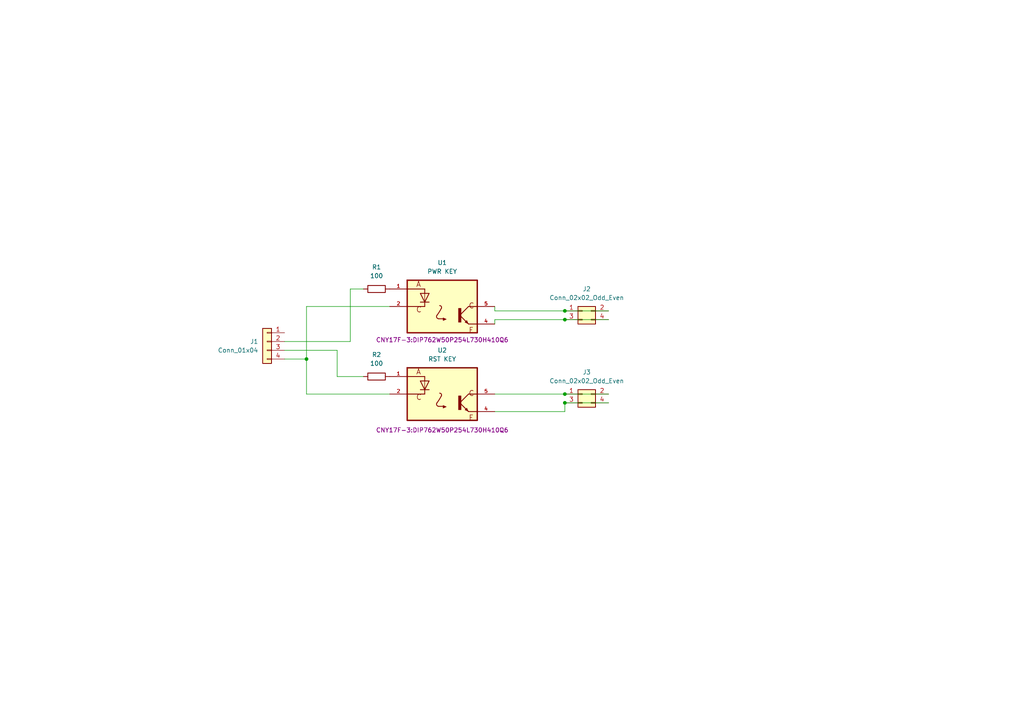
<source format=kicad_sch>
(kicad_sch (version 20231120) (generator "eeschema") (generator_version "8.0")
  (paper "A4")
  (title_block (title "NANOKVM LITE DUPONT ATX BREAKOUT") (rev "1") (company "Adam's"))
  (lib_symbols
    (symbol "CNY17F-3:CNY17F-3" (pin_names (offset 1.016))
      (property "Reference" "U" (at -5.0895 8.1433 0))
      (property "Value" "CNY17F-3" (at -5.0892 -10.1784 0))
      (symbol "CNY17F-3_0_0"
        (rectangle (start -10.16 -7.62) (end 10.16 7.62) (stroke (width 0.4064)) (fill (type background)))
        (arc (start -1.524 -2.54) (mid -1.5843 -3.2043) (end -1.016 -3.556) (stroke (width 0.254)))
        (arc (start -1.524 -2.54) (mid -0.8458 -1.551) (end -0.254 -0.508) (stroke (width 0.254)))
        (arc (start -0.254 -0.508) (mid -0.2843 0.0221) (end -0.762 0.254) (stroke (width 0.254)))
        (polyline (pts (xy -10.16 5.08) (xy -5.08 5.08)) (stroke (width 0.254)))
        (polyline (pts (xy -5.08 0) (xy -10.16 0)) (stroke (width 0.254)))
        (polyline (pts (xy -5.08 1.27) (xy -6.35 1.27)) (stroke (width 0.254)))
        (polyline (pts (xy -5.08 1.27) (xy -6.35 3.81)) (stroke (width 0.254)))
        (polyline (pts (xy -5.08 1.27) (xy -5.08 0)) (stroke (width 0.254)))
        (polyline (pts (xy -5.08 3.81) (xy -6.35 3.81)) (stroke (width 0.254)))
        (polyline (pts (xy -5.08 3.81) (xy -5.08 1.27)) (stroke (width 0.1524)))
        (polyline (pts (xy -5.08 3.81) (xy -5.08 5.08)) (stroke (width 0.254)))
        (polyline (pts (xy -3.81 1.27) (xy -5.08 1.27)) (stroke (width 0.254)))
        (polyline (pts (xy -3.81 3.81) (xy -5.08 1.27)) (stroke (width 0.254)))
        (polyline (pts (xy -3.81 3.81) (xy -5.08 3.81)) (stroke (width 0.254)))
        (polyline (pts (xy 0.254 -3.556) (xy -1.016 -3.556)) (stroke (width 0.254)))
        (polyline (pts (xy 5.08 -2.54) (xy 7.62 -5.08)) (stroke (width 0.254)))
        (polyline (pts (xy 7.62 0) (xy 5.08 -2.54)) (stroke (width 0.254)))
        (polyline (pts (xy 10.16 -5.08) (xy 7.62 -5.08)) (stroke (width 0.254)))
        (polyline (pts (xy 10.16 0) (xy 7.62 0)) (stroke (width 0.254)))
        (polyline (pts (xy 1.143 -3.683) (xy 0.254 -3.302) (xy 0.254 -4.064) (xy 1.143 -3.683)) (stroke (width 0.1524)) (fill (type outline)))
        (polyline (pts (xy 7.493 -4.953) (xy 7.112 -4.064) (xy 6.604 -4.572) (xy 7.493 -4.953)) (stroke (width 0.1524)) (fill (type outline)))
        (rectangle (start 4.7027 -4.5756) (end 5.461 -0.508) (stroke (width 0.1)) (fill (type outline)))
        (text "A" (at -7.6228 5.5901 0) (effects (font (size 1.5246 1.5246)) (justify left bottom)))
        (text "C" (at -7.6246 -1.7791 0) (effects (font (size 1.5249 1.5249)) (justify left bottom)))
        (text "C" (at 7.6205 0.254 0) (effects (font (size 1.5241 1.5241)) (justify left)))
        (text "E" (at 7.6264 -6.8637 0) (effects (font (size 1.5253 1.5253)) (justify left)))
        (pin passive line (at -15.24 5.08 0) (length 5.08) (name "~") (number "1"))
        (pin passive line (at -15.24 0 0) (length 5.08) (name "~") (number "2"))
        (pin passive line (at 15.24 -5.08 180) (length 5.08) (name "~") (number "4"))
        (pin passive line (at 15.24 0 180) (length 5.08) (name "~") (number "5"))
      )
    )
    (symbol "Connector_Generic:Conn_01x04" (pin_names (offset 1.016) hide)
      (property "Reference" "J" (at 0 5.08 0))
      (property "Value" "Conn_01x04" (at 0 -7.62 0))
      (symbol "Conn_01x04_1_1"
        (rectangle (start -1.27 -4.953) (end 0 -5.207) (stroke (width 0.1524)))
        (rectangle (start -1.27 -2.413) (end 0 -2.667) (stroke (width 0.1524)))
        (rectangle (start -1.27 0.127) (end 0 -0.127) (stroke (width 0.1524)))
        (rectangle (start -1.27 2.667) (end 0 2.413) (stroke (width 0.1524)))
        (rectangle (start -1.27 3.81) (end 1.27 -6.35) (stroke (width 0.254)) (fill (type background)))
        (pin passive line (at -5.08 2.54 0) (length 3.81) (name "Pin_1") (number "1"))
        (pin passive line (at -5.08 0 0) (length 3.81) (name "Pin_2") (number "2"))
        (pin passive line (at -5.08 -2.54 0) (length 3.81) (name "Pin_3") (number "3"))
        (pin passive line (at -5.08 -5.08 0) (length 3.81) (name "Pin_4") (number "4"))
      )
    )
    (symbol "Connector_Generic:Conn_02x02_Odd_Even" (pin_names (offset 1.016) hide)
      (property "Reference" "J" (at 1.27 2.54 0))
      (property "Value" "Conn_02x02_Odd_Even" (at 1.27 -5.08 0))
      (symbol "Conn_02x02_Odd_Even_1_1"
        (rectangle (start -1.27 -2.413) (end 0 -2.667) (stroke (width 0.1524)))
        (rectangle (start -1.27 0.127) (end 0 -0.127) (stroke (width 0.1524)))
        (rectangle (start -1.27 1.27) (end 3.81 -3.81) (stroke (width 0.254)) (fill (type background)))
        (rectangle (start 3.81 -2.413) (end 2.54 -2.667) (stroke (width 0.1524)))
        (rectangle (start 3.81 0.127) (end 2.54 -0.127) (stroke (width 0.1524)))
        (pin passive line (at -5.08 0 0) (length 3.81) (name "Pin_1") (number "1"))
        (pin passive line (at 7.62 0 180) (length 3.81) (name "Pin_2") (number "2"))
        (pin passive line (at -5.08 -2.54 0) (length 3.81) (name "Pin_3") (number "3"))
        (pin passive line (at 7.62 -2.54 180) (length 3.81) (name "Pin_4") (number "4"))
      )
    )
    (symbol "Device:R" (pin_numbers hide) (pin_names (offset 0))
      (property "Reference" "R" (at 2.032 0 90))
      (property "Value" "R" (at 0 0 90))
      (symbol "R_0_1"
        (rectangle (start -1.016 -2.54) (end 1.016 2.54) (stroke (width 0.254)))
      )
      (symbol "R_1_1"
        (pin passive line (at 0 3.81 270) (length 1.27) (name "~") (number "1"))
        (pin passive line (at 0 -3.81 90) (length 1.27) (name "~") (number "2"))
      )
    )
  )
  (junction (at 163.83 92.71))
  (junction (at 163.83 114.3))
  (junction (at 163.83 90.17))
  (junction (at 163.83 116.84))
  (junction (at 88.9 104.14))
  (wire (pts (xy 143.51 90.17) (xy 143.51 88.9)))
  (wire (pts (xy 101.6 99.06) (xy 82.55 99.06)))
  (wire (pts (xy 163.83 114.3) (xy 176.53 114.3)))
  (wire (pts (xy 82.55 104.14) (xy 88.9 104.14)))
  (wire (pts (xy 113.03 114.3) (xy 88.9 114.3)))
  (wire (pts (xy 113.03 88.9) (xy 88.9 88.9)))
  (wire (pts (xy 163.83 90.17) (xy 176.53 90.17)))
  (wire (pts (xy 143.51 92.71) (xy 163.83 92.71)))
  (wire (pts (xy 163.83 116.84) (xy 176.53 116.84)))
  (wire (pts (xy 88.9 104.14) (xy 88.9 114.3)))
  (wire (pts (xy 97.79 101.6) (xy 97.79 109.22)))
  (wire (pts (xy 143.51 92.71) (xy 143.51 93.98)))
  (wire (pts (xy 105.41 83.82) (xy 101.6 83.82)))
  (wire (pts (xy 105.41 109.22) (xy 97.79 109.22)))
  (wire (pts (xy 101.6 83.82) (xy 101.6 99.06)))
  (wire (pts (xy 163.83 119.38) (xy 163.83 116.84)))
  (wire (pts (xy 143.51 114.3) (xy 163.83 114.3)))
  (wire (pts (xy 88.9 88.9) (xy 88.9 104.14)))
  (wire (pts (xy 82.55 101.6) (xy 97.79 101.6)))
  (wire (pts (xy 163.83 92.71) (xy 176.53 92.71)))
  (wire (pts (xy 143.51 119.38) (xy 163.83 119.38)))
  (wire (pts (xy 143.51 90.17) (xy 163.83 90.17)))
  (symbol (lib_id "Connector_Generic:Conn_02x02_Odd_Even") (at 168.91 114.3 0) (unit 1)
    (property "Reference" "J3" (at 170.18 107.95 0))
    (property "Value" "Conn_02x02_Odd_Even" (at 170.18 110.49 0))
    (property "Footprint" "Connector_PinHeader_2.54mm:PinHeader_2x02_P2.54mm_Vertical" (effects (hide yes)))
    (property "Description" "Generic connector, double row, 02x02, odd/even pin numbering scheme (row 1 odd numbers, row 2 even numbers), script generated (kicad-library-utils/schlib/autogen/connector/)" (effects (hide yes)))
  )
  (symbol (lib_id "Connector_Generic:Conn_02x02_Odd_Even") (at 168.91 90.17 0) (unit 1)
    (property "Reference" "J2" (at 170.18 83.82 0))
    (property "Value" "Conn_02x02_Odd_Even" (at 170.18 86.36 0))
    (property "Footprint" "Connector_PinHeader_2.54mm:PinHeader_2x02_P2.54mm_Vertical" (effects (hide yes)))
    (property "Description" "Generic connector, double row, 02x02, odd/even pin numbering scheme (row 1 odd numbers, row 2 even numbers), script generated (kicad-library-utils/schlib/autogen/connector/)" (effects (hide yes)))
  )
  (symbol (lib_id "Device:R") (at 109.22 83.82 90) (unit 1)
    (property "Reference" "R1" (at 109.22 77.47 90))
    (property "Value" "100" (at 109.22 80.01 90))
    (property "Footprint" "Resistor_THT:R_Axial_DIN0207_L6.3mm_D2.5mm_P10.16mm_Horizontal" (effects (hide yes)))
    (property "Description" "Resistor" (effects (hide yes)))
  )
  (symbol (lib_id "CNY17F-3:CNY17F-3") (at 128.27 114.3 0) (unit 1)
    (property "Reference" "U2" (at 128.27 101.6 0))
    (property "Value" "RST KEY" (at 128.27 104.14 0))
    (property "Footprint" "CNY17F-3:DIP762W50P254L730H410Q6" (at 128.27 125.476 0) (effects (justify bottom)))
    (property "MF" "Vishay Semiconductor" (effects (hide yes)))
    (property "Description_1" "\n                        \n                            DC Input Phototransistor Output Optocoupler, Through Hole, 6-Pin PDIP | Siliconix / Vishay CNY17F-3\n                        \n" (effects (hide yes)))
    (property "Package" "DIP-6 Vishay" (effects (hide yes)))
    (property "Price" "None" (effects (hide yes)))
    (property "Check_prices" "https://www.snapeda.com/parts/CNY17F-3/Vishay+Semiconductor+Opto+Division/view-part/?ref=eda" (effects (hide yes)))
    (property "SnapEDA_Link" "https://www.snapeda.com/parts/CNY17F-3/Vishay+Semiconductor+Opto+Division/view-part/?ref=snap" (effects (hide yes)))
    (property "MP" "CNY17F-3" (effects (hide yes)))
    (property "Availability" "In Stock" (effects (hide yes)))
    (property "MANUFACTURER" "Vishay" (effects (hide yes)))
  )
  (symbol (lib_id "Device:R") (at 109.22 109.22 90) (unit 1)
    (property "Reference" "R2" (at 109.22 102.87 90))
    (property "Value" "100" (at 109.22 105.41 90))
    (property "Footprint" "Resistor_THT:R_Axial_DIN0207_L6.3mm_D2.5mm_P10.16mm_Horizontal" (effects (hide yes)))
    (property "Description" "Resistor" (effects (hide yes)))
  )
  (symbol (lib_id "CNY17F-3:CNY17F-3") (at 128.27 88.9 0) (unit 1)
    (property "Reference" "U1" (at 128.27 76.2 0))
    (property "Value" "PWR KEY" (at 128.27 78.74 0))
    (property "Footprint" "CNY17F-3:DIP762W50P254L730H410Q6" (at 128.27 99.314 0) (effects (justify bottom)))
    (property "MF" "Vishay Semiconductor" (effects (hide yes)))
    (property "Description_1" "\n                        \n                            DC Input Phototransistor Output Optocoupler, Through Hole, 6-Pin PDIP | Siliconix / Vishay CNY17F-3\n                        \n" (effects (hide yes)))
    (property "Package" "DIP-6 Vishay" (effects (hide yes)))
    (property "Price" "None" (effects (hide yes)))
    (property "Check_prices" "https://www.snapeda.com/parts/CNY17F-3/Vishay+Semiconductor+Opto+Division/view-part/?ref=eda" (effects (hide yes)))
    (property "SnapEDA_Link" "https://www.snapeda.com/parts/CNY17F-3/Vishay+Semiconductor+Opto+Division/view-part/?ref=snap" (effects (hide yes)))
    (property "MP" "CNY17F-3" (effects (hide yes)))
    (property "Availability" "In Stock" (effects (hide yes)))
    (property "MANUFACTURER" "Vishay" (effects (hide yes)))
  )
  (symbol (lib_id "Connector_Generic:Conn_01x04") (at 77.47 99.06 0) (mirror y) (unit 1)
    (property "Reference" "J1" (at 74.93 99.0599 0) (effects (justify left)))
    (property "Value" "Conn_01x04" (at 74.93 101.5999 0) (effects (justify left)))
    (property "Footprint" "Connector_PinHeader_2.54mm:PinHeader_1x04_P2.54mm_Vertical" (effects (hide yes)))
    (property "Description" "Generic connector, single row, 01x04, script generated (kicad-library-utils/schlib/autogen/connector/)" (effects (hide yes)))
  )
)
</source>
